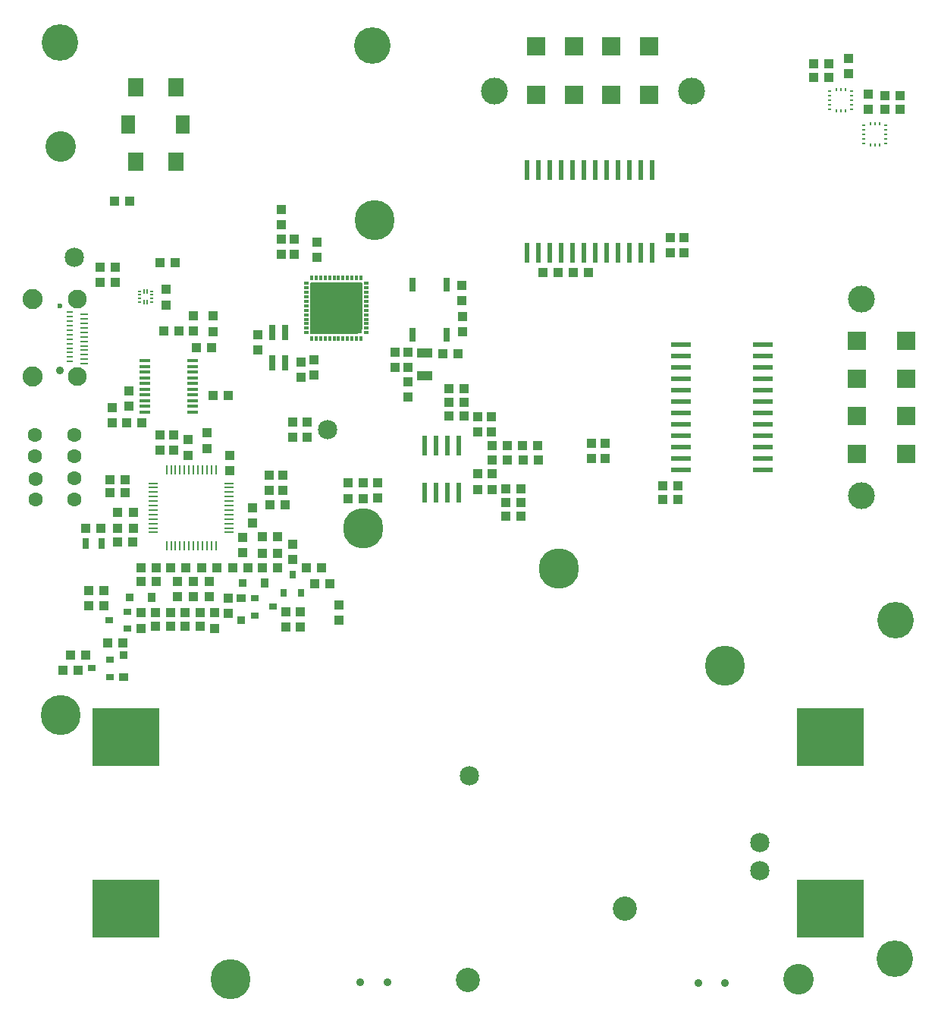
<source format=gbr>
G04 #@! TF.FileFunction,Soldermask,Top*
%FSLAX46Y46*%
G04 Gerber Fmt 4.6, Leading zero omitted, Abs format (unit mm)*
G04 Created by KiCad (PCBNEW 4.0.2+dfsg1-stable) date Wed 31 Jan 2018 07:50:55 PM PST*
%MOMM*%
G01*
G04 APERTURE LIST*
%ADD10C,0.100000*%
%ADD11C,0.127000*%
%ADD12C,2.697480*%
%ADD13C,4.466000*%
%ADD14C,3.406000*%
%ADD15R,1.099820X0.998220*%
%ADD16R,0.998220X1.099820*%
%ADD17R,0.797560X1.198880*%
%ADD18R,0.998220X0.998220*%
%ADD19R,0.899160X0.899160*%
%ADD20R,0.899160X1.099820*%
%ADD21R,1.099820X0.899160*%
%ADD22R,0.749300X1.798320*%
%ADD23R,0.548640X0.299720*%
%ADD24R,0.299720X0.548640*%
%ADD25R,5.598160X5.598160*%
%ADD26R,0.599440X2.199640*%
%ADD27R,0.899160X0.269240*%
%ADD28R,0.797560X0.269240*%
%ADD29C,2.098040*%
%ADD30C,2.247900*%
%ADD31C,0.599440*%
%ADD32C,0.899160*%
%ADD33C,1.600200*%
%ADD34R,0.797560X0.899160*%
%ADD35R,0.899160X0.797560*%
%ADD36R,0.762000X1.524000*%
%ADD37C,2.159000*%
%ADD38R,2.199640X0.599440*%
%ADD39R,0.347980X0.248920*%
%ADD40R,0.248920X0.347980*%
%ADD41R,0.198120X0.998220*%
%ADD42R,0.998220X0.198120*%
%ADD43R,0.198120X0.599440*%
%ADD44R,0.398780X0.198120*%
%ADD45R,1.699260X1.998980*%
%ADD46R,1.498600X1.998980*%
%ADD47R,1.143000X0.381000*%
%ADD48R,2.098040X2.098040*%
%ADD49C,2.999740*%
%ADD50R,1.798320X0.998220*%
%ADD51R,7.450000X6.450000*%
%ADD52C,4.500880*%
%ADD53C,4.064000*%
G04 APERTURE END LIST*
D10*
D11*
G36*
X87330280Y-87134700D02*
X86829900Y-87635080D01*
X81732120Y-87635080D01*
X81732120Y-82036920D01*
X87330280Y-82036920D01*
X87330280Y-87134700D01*
X87330280Y-87134700D01*
G37*
X87330280Y-87134700D02*
X86829900Y-87635080D01*
X81732120Y-87635080D01*
X81732120Y-82036920D01*
X87330280Y-82036920D01*
X87330280Y-87134700D01*
D12*
X99204780Y-159826960D03*
X116702840Y-151831040D03*
D13*
X53767400Y-130266800D03*
X88777400Y-75066800D03*
D14*
X53767400Y-66846800D03*
D15*
X137784840Y-57556400D03*
X139481560Y-57556400D03*
X137784840Y-59080400D03*
X139481560Y-59080400D03*
X147457160Y-62687200D03*
X145760440Y-62687200D03*
X147457160Y-61163200D03*
X145760440Y-61163200D03*
X62824360Y-97663000D03*
X61127640Y-97663000D03*
X70728840Y-94589600D03*
X72425560Y-94589600D03*
D16*
X141732000Y-57012840D03*
X141732000Y-58709560D03*
X143916400Y-60975240D03*
X143916400Y-62671960D03*
X74104500Y-112100360D03*
X74104500Y-110403640D03*
D15*
X69509640Y-113792000D03*
X71206360Y-113792000D03*
X67668140Y-118808500D03*
X69364860Y-118808500D03*
X66017140Y-113792000D03*
X67713860Y-113792000D03*
X58252360Y-109372400D03*
X56555640Y-109372400D03*
D16*
X77012800Y-105191560D03*
X77012800Y-103494840D03*
D15*
X77078840Y-106781600D03*
X78775560Y-106781600D03*
X76304140Y-110363000D03*
X78000860Y-110363000D03*
X76304140Y-112204500D03*
X78000860Y-112204500D03*
X66062860Y-120332500D03*
X64366140Y-120332500D03*
D16*
X70929500Y-118849140D03*
X70929500Y-120545860D03*
D15*
X64411860Y-113792000D03*
X62715140Y-113792000D03*
D16*
X78536800Y-105191560D03*
X78536800Y-103494840D03*
D15*
X60944760Y-105460800D03*
X59248040Y-105460800D03*
X60944760Y-103987600D03*
X59248040Y-103987600D03*
D17*
X58303160Y-111099600D03*
X56504840Y-111099600D03*
D15*
X110975140Y-80899000D03*
X112671860Y-80899000D03*
X98765360Y-93853000D03*
X97068640Y-93853000D03*
D16*
X113030000Y-101622860D03*
X113030000Y-99926140D03*
D15*
X103482140Y-106553000D03*
X105178860Y-106553000D03*
X122641360Y-104711500D03*
X120944640Y-104711500D03*
D16*
X100330000Y-105051860D03*
X100330000Y-103355140D03*
X123317000Y-78699360D03*
X123317000Y-77002640D03*
X100330000Y-96941640D03*
X100330000Y-98638360D03*
D15*
X87513160Y-106070400D03*
X85816440Y-106070400D03*
D16*
X98602800Y-85816440D03*
X98602800Y-87513160D03*
X79857600Y-77180440D03*
X79857600Y-78877160D03*
X82346800Y-79181960D03*
X82346800Y-77485240D03*
X78384400Y-73878440D03*
X78384400Y-75575160D03*
D15*
X96382840Y-89916000D03*
X98079560Y-89916000D03*
D16*
X92557600Y-94726760D03*
X92557600Y-93030040D03*
X98552000Y-82311240D03*
X98552000Y-84007960D03*
D18*
X70739000Y-85737700D03*
X70739000Y-87490300D03*
X68580000Y-85674200D03*
X68580000Y-87426800D03*
D19*
X74112120Y-115506500D03*
D20*
X76509880Y-115506500D03*
D19*
X73914000Y-119626380D03*
D21*
X73914000Y-117228620D03*
D19*
X60769500Y-123578620D03*
D21*
X60769500Y-125976380D03*
D19*
X61475620Y-117094000D03*
D20*
X63873380Y-117094000D03*
D22*
X77406500Y-90954860D03*
X78854300Y-90954860D03*
X78854300Y-87556340D03*
X77406500Y-87556340D03*
D15*
X61808360Y-110934500D03*
X60111640Y-110934500D03*
D23*
X87909400Y-87584280D03*
X87909400Y-87083900D03*
X87909400Y-86583520D03*
X87909400Y-86085680D03*
X87909400Y-85585300D03*
X87909400Y-85084920D03*
X87909400Y-84587080D03*
X87909400Y-84086700D03*
X87909400Y-83586320D03*
X87909400Y-83085940D03*
X87909400Y-82588100D03*
X87909400Y-82087720D03*
D24*
X87279480Y-81457800D03*
X86779100Y-81457800D03*
X86281260Y-81457800D03*
X85780880Y-81457800D03*
X85280500Y-81457800D03*
X84780120Y-81457800D03*
X84282280Y-81457800D03*
X83781900Y-81457800D03*
X83281520Y-81457800D03*
X82783680Y-81457800D03*
X82283300Y-81457800D03*
X81782920Y-81457800D03*
D23*
X81153000Y-82087720D03*
X81153000Y-82588100D03*
X81153000Y-83085940D03*
X81153000Y-83586320D03*
X81153000Y-84086700D03*
X81153000Y-84587080D03*
X81153000Y-85084920D03*
X81153000Y-85585300D03*
X81153000Y-86085680D03*
X81153000Y-86583520D03*
X81153000Y-87083900D03*
X81153000Y-87584280D03*
D24*
X81782920Y-88214200D03*
X82283300Y-88214200D03*
X82783680Y-88214200D03*
X83281520Y-88214200D03*
X83781900Y-88214200D03*
X84282280Y-88214200D03*
X84780120Y-88214200D03*
X85280500Y-88214200D03*
X85780880Y-88214200D03*
X86281260Y-88214200D03*
X86779100Y-88214200D03*
X87279480Y-88214200D03*
D25*
X84531200Y-84836000D03*
D26*
X94361000Y-105404920D03*
X95631000Y-105404920D03*
X96898460Y-105404920D03*
X98168460Y-105404920D03*
X98168460Y-100208080D03*
X96898460Y-100208080D03*
X95631000Y-100208080D03*
X94361000Y-100208080D03*
D27*
X56342280Y-85554820D03*
X56342280Y-86055200D03*
X56342280Y-86555580D03*
X56342280Y-87055960D03*
X56342280Y-87556340D03*
X56342280Y-88056720D03*
X56342280Y-88554560D03*
X56342280Y-89054940D03*
X56342280Y-89555320D03*
X56342280Y-90055700D03*
X56342280Y-90556080D03*
X56342280Y-91056460D03*
D28*
X54744620Y-90805000D03*
X54744620Y-90304620D03*
X54744620Y-89806780D03*
X54744620Y-89306400D03*
X54744620Y-88806020D03*
X54744620Y-88305640D03*
X54744620Y-87805260D03*
X54744620Y-87304880D03*
X54744620Y-86804500D03*
X54744620Y-86306660D03*
X54744620Y-85806280D03*
X54744620Y-85305900D03*
D29*
X55643780Y-83863180D03*
X55643780Y-92501720D03*
D30*
X50596800Y-92501720D03*
X50596800Y-83863180D03*
D31*
X53644800Y-84582000D03*
D32*
X53708300Y-91780360D03*
D31*
X53644800Y-84582000D03*
D33*
X50952400Y-106235500D03*
X50888900Y-98996500D03*
X50952400Y-103886000D03*
X50888900Y-101409500D03*
X55245000Y-106235500D03*
X55245000Y-103822500D03*
X55245000Y-101409500D03*
X55245000Y-98996500D03*
D34*
X78679040Y-116568220D03*
X80576420Y-116568220D03*
X79629000Y-114571780D03*
D35*
X75455780Y-117223540D03*
X75455780Y-119120920D03*
X77452220Y-118173500D03*
X59227720Y-125981460D03*
X59227720Y-124084080D03*
X57231280Y-125031500D03*
X61196220Y-120583960D03*
X61196220Y-118686580D03*
X59199780Y-119634000D03*
D15*
X58181240Y-80314800D03*
X59877960Y-80314800D03*
X59877960Y-81940400D03*
X58181240Y-81940400D03*
D16*
X65532000Y-84477860D03*
X65532000Y-82781140D03*
D15*
X64836040Y-79756000D03*
X66532760Y-79756000D03*
D16*
X81229200Y-97551240D03*
X81229200Y-99247960D03*
X79654400Y-97551240D03*
X79654400Y-99247960D03*
D15*
X65255140Y-87376000D03*
X66951860Y-87376000D03*
X68938140Y-89281000D03*
X70634860Y-89281000D03*
D16*
X61341000Y-95780860D03*
X61341000Y-94084140D03*
X59486800Y-97622360D03*
X59486800Y-95925640D03*
X78930500Y-118722140D03*
X78930500Y-120418860D03*
X80518000Y-118722140D03*
X80518000Y-120418860D03*
D15*
X81193640Y-113855500D03*
X82890360Y-113855500D03*
X82082640Y-115570000D03*
X83779360Y-115570000D03*
X72938640Y-113792000D03*
X74635360Y-113792000D03*
X78000860Y-113792000D03*
X76304140Y-113792000D03*
D16*
X70358000Y-115356640D03*
X70358000Y-117053360D03*
X72453500Y-118894860D03*
X72453500Y-117198140D03*
D15*
X56537860Y-123571000D03*
X54841140Y-123571000D03*
X55712360Y-125222000D03*
X54015640Y-125222000D03*
D16*
X68580000Y-115356640D03*
X68580000Y-117053360D03*
D15*
X67668140Y-120332500D03*
X69364860Y-120332500D03*
D16*
X58547000Y-118069360D03*
X58547000Y-116372640D03*
X56896000Y-118069360D03*
X56896000Y-116372640D03*
X66802000Y-115356640D03*
X66802000Y-117053360D03*
X62738000Y-118849140D03*
X62738000Y-120545860D03*
X79629000Y-112862360D03*
X79629000Y-111165640D03*
X84836000Y-119669560D03*
X84836000Y-117972840D03*
D15*
X58994040Y-122174000D03*
X60690760Y-122174000D03*
X64366140Y-118808500D03*
X66062860Y-118808500D03*
X62715140Y-115316000D03*
X64411860Y-115316000D03*
D16*
X60134500Y-109369860D03*
X60134500Y-107673140D03*
X61849000Y-109369860D03*
X61849000Y-107673140D03*
X66357500Y-100670360D03*
X66357500Y-98973640D03*
X64833500Y-100670360D03*
X64833500Y-98973640D03*
X70104000Y-98783140D03*
X70104000Y-100479860D03*
X72593200Y-101310440D03*
X72593200Y-103007160D03*
X75184000Y-107152440D03*
X75184000Y-108849160D03*
X114554000Y-101622860D03*
X114554000Y-99926140D03*
D15*
X103482140Y-108077000D03*
X105178860Y-108077000D03*
X105178860Y-105029000D03*
X103482140Y-105029000D03*
X122641360Y-106235500D03*
X120944640Y-106235500D03*
D16*
X101917500Y-105051860D03*
X101917500Y-103355140D03*
D15*
X101894640Y-101790500D03*
X103591360Y-101790500D03*
X105387140Y-101790500D03*
X107083860Y-101790500D03*
X107609640Y-80899000D03*
X109306360Y-80899000D03*
X98765360Y-95377000D03*
X97068640Y-95377000D03*
X97068640Y-96901000D03*
X98765360Y-96901000D03*
D16*
X121793000Y-78699360D03*
X121793000Y-77002640D03*
X89103200Y-104358440D03*
X89103200Y-106055160D03*
X101854000Y-96941640D03*
X101854000Y-98638360D03*
D15*
X101894640Y-100203000D03*
X103591360Y-100203000D03*
X105323640Y-100203000D03*
X107020360Y-100203000D03*
X85816440Y-104343200D03*
X87513160Y-104343200D03*
D16*
X75742800Y-89545160D03*
X75742800Y-87848440D03*
X82042000Y-92339160D03*
X82042000Y-90642440D03*
X80568800Y-90896440D03*
X80568800Y-92593160D03*
D15*
X59756040Y-72898000D03*
X61452760Y-72898000D03*
D16*
X67945000Y-99545140D03*
X67945000Y-101241860D03*
X92557600Y-89778840D03*
X92557600Y-91475560D03*
X91084400Y-89778840D03*
X91084400Y-91475560D03*
X78384400Y-77180440D03*
X78384400Y-78877160D03*
D32*
X87210900Y-160083500D03*
X90208100Y-160083500D03*
X124929900Y-160147000D03*
X127927100Y-160147000D03*
D36*
X93042740Y-87782400D03*
X93042740Y-82196940D03*
X96850200Y-87782400D03*
X96850200Y-82196940D03*
D37*
X131826000Y-147624800D03*
X131826000Y-144475200D03*
X55270400Y-79197200D03*
X99364800Y-137007600D03*
X83515200Y-98399600D03*
D38*
X122971560Y-88963500D03*
X122971560Y-90233500D03*
X122971560Y-91503500D03*
X122971560Y-92773500D03*
X122971560Y-94043500D03*
X122971560Y-95313500D03*
X122971560Y-96580960D03*
X122971560Y-97850960D03*
X122971560Y-99120960D03*
X122971560Y-100390960D03*
X122971560Y-101660960D03*
X122971560Y-102930960D03*
X132168900Y-102930960D03*
X132168900Y-101660960D03*
X132168900Y-100390960D03*
X132168900Y-99120960D03*
X132168900Y-97850960D03*
X132168900Y-96580960D03*
X132168900Y-95313500D03*
X132168900Y-94043500D03*
X132168900Y-92773500D03*
X132168900Y-91503500D03*
X132168900Y-90233500D03*
X132168900Y-88963500D03*
D39*
X143428720Y-64470280D03*
X143428720Y-64970660D03*
X143428720Y-65468500D03*
X143428720Y-65966340D03*
X143428720Y-66466720D03*
D40*
X144155160Y-66692780D03*
X144653000Y-66692780D03*
X145150840Y-66692780D03*
D39*
X145877280Y-66466720D03*
X145877280Y-65966340D03*
X145877280Y-65468500D03*
X145877280Y-64970660D03*
X145877280Y-64470280D03*
D40*
X145150840Y-64244220D03*
X144653000Y-64244220D03*
X144155160Y-64244220D03*
D39*
X139618720Y-60660280D03*
X139618720Y-61160660D03*
X139618720Y-61658500D03*
X139618720Y-62156340D03*
X139618720Y-62656720D03*
D40*
X140345160Y-62882780D03*
X140843000Y-62882780D03*
X141340840Y-62882780D03*
D39*
X142067280Y-62656720D03*
X142067280Y-62156340D03*
X142067280Y-61658500D03*
X142067280Y-61160660D03*
X142067280Y-60660280D03*
D40*
X141340840Y-60434220D03*
X140843000Y-60434220D03*
X140345160Y-60434220D03*
D41*
X65577720Y-111373920D03*
X66078100Y-111373920D03*
X66575940Y-111373920D03*
X67076320Y-111373920D03*
X67576700Y-111373920D03*
X68077080Y-111373920D03*
X68574920Y-111373920D03*
X69075300Y-111373920D03*
X69575680Y-111373920D03*
X70073520Y-111373920D03*
X70573900Y-111373920D03*
X71074280Y-111373920D03*
D42*
X72575420Y-109872780D03*
X72575420Y-109372400D03*
X72575420Y-108874560D03*
X72575420Y-108374180D03*
X72575420Y-107873800D03*
X72575420Y-107373420D03*
X72575420Y-106875580D03*
X72575420Y-106375200D03*
X72575420Y-105874820D03*
X72575420Y-105376980D03*
X72575420Y-104876600D03*
X72575420Y-104376220D03*
D41*
X71074280Y-102875080D03*
X70573900Y-102875080D03*
X70073520Y-102875080D03*
X69575680Y-102875080D03*
X69075300Y-102875080D03*
X68574920Y-102875080D03*
X68077080Y-102875080D03*
X67576700Y-102875080D03*
X67076320Y-102875080D03*
X66575940Y-102875080D03*
X66078100Y-102875080D03*
X65577720Y-102875080D03*
D42*
X64076580Y-104376220D03*
X64076580Y-104876600D03*
X64076580Y-105376980D03*
X64076580Y-105874820D03*
X64076580Y-106375200D03*
X64076580Y-106875580D03*
X64076580Y-107373420D03*
X64076580Y-107873800D03*
X64076580Y-108374180D03*
X64076580Y-108874560D03*
X64076580Y-109372400D03*
X64076580Y-109872780D03*
D43*
X63444120Y-84150200D03*
X63047880Y-84150200D03*
D44*
X62547500Y-84150200D03*
X62547500Y-83751420D03*
X62547500Y-83352640D03*
X62547500Y-82953860D03*
D43*
X63047880Y-82953860D03*
X63444120Y-82953860D03*
D44*
X63944500Y-82953860D03*
X63944500Y-83352640D03*
X63944500Y-83751420D03*
X63944500Y-84150200D03*
D26*
X105854500Y-78640940D03*
X107124500Y-78640940D03*
X108394500Y-78640940D03*
X109664500Y-78640940D03*
X110934500Y-78640940D03*
X112204500Y-78640940D03*
X113471960Y-78640940D03*
X114741960Y-78640940D03*
X116011960Y-78640940D03*
X117281960Y-78640940D03*
X118551960Y-78640940D03*
X119821960Y-78640940D03*
X119821960Y-69443600D03*
X118551960Y-69443600D03*
X117281960Y-69443600D03*
X116011960Y-69443600D03*
X114741960Y-69443600D03*
X113471960Y-69443600D03*
X112204500Y-69443600D03*
X110934500Y-69443600D03*
X109664500Y-69443600D03*
X108394500Y-69443600D03*
X107124500Y-69443600D03*
X105854500Y-69443600D03*
D45*
X66608960Y-60208160D03*
X66608960Y-68506340D03*
X62110620Y-60208160D03*
X62110620Y-68506340D03*
D46*
X67409060Y-64404240D03*
X61310520Y-64404240D03*
D47*
X68497450Y-96424750D03*
X68497450Y-95789750D03*
X68497450Y-95154750D03*
X68497450Y-94519750D03*
X68497450Y-93884750D03*
X68497450Y-93252290D03*
X68497450Y-92617290D03*
X68497450Y-91982290D03*
X68497450Y-91347290D03*
X68497450Y-90712290D03*
X63140590Y-90712290D03*
X63140590Y-91347290D03*
X63140590Y-91982290D03*
X63140590Y-92617290D03*
X63140590Y-93252290D03*
X63140590Y-93884750D03*
X63140590Y-94519750D03*
X63140590Y-95154750D03*
X63140590Y-95789750D03*
X63140590Y-96424750D03*
D48*
X148163280Y-88506300D03*
X148163280Y-92707460D03*
X148163280Y-96903540D03*
X148163280Y-101104700D03*
X142666720Y-88506300D03*
X142666720Y-92707460D03*
X142666720Y-96903540D03*
X142666720Y-101104700D03*
D49*
X143126460Y-83807300D03*
X143126460Y-105803700D03*
D48*
X106857800Y-55608220D03*
X111058960Y-55608220D03*
X115255040Y-55608220D03*
X119456200Y-55608220D03*
X106857800Y-61104780D03*
X111058960Y-61104780D03*
X115255040Y-61104780D03*
X119456200Y-61104780D03*
D49*
X102158800Y-60645040D03*
X124155200Y-60645040D03*
D50*
X94386400Y-92384880D03*
X94386400Y-89885520D03*
D51*
X61000000Y-132685000D03*
X139660000Y-132685000D03*
X61000000Y-151795000D03*
X139660000Y-151795000D03*
D13*
X72730000Y-159745000D03*
X127930000Y-124735000D03*
D14*
X136150000Y-159745000D03*
D52*
X87566500Y-109410500D03*
X109347000Y-113919000D03*
D53*
X146862800Y-157378400D03*
X53644800Y-55219600D03*
X146964400Y-119634000D03*
X88544400Y-55524400D03*
M02*

</source>
